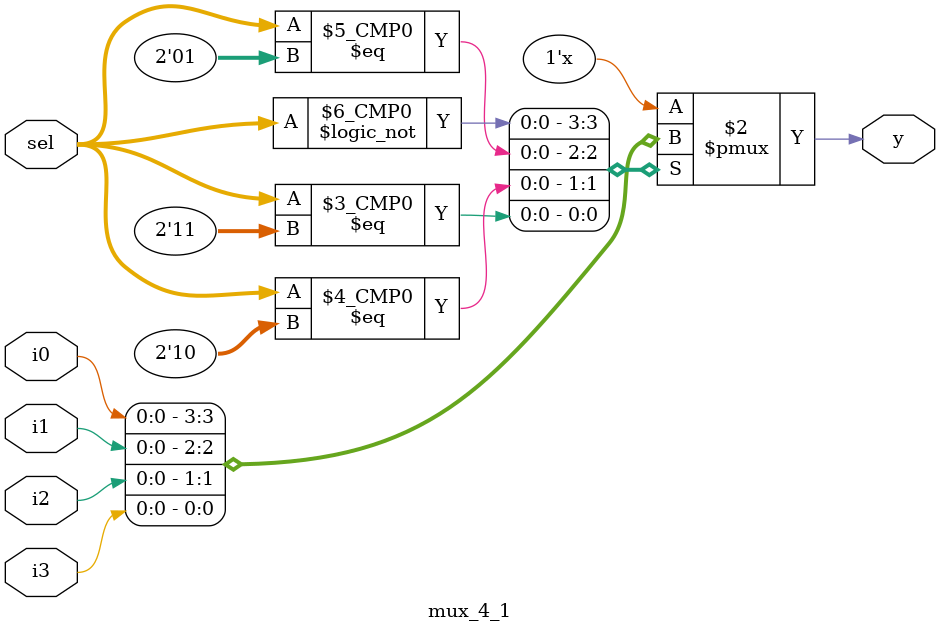
<source format=v>
module mux_4_1(

input wire i0,
input wire i1,
input wire i2,
input wire i3,
input wire [1:0] sel,
output reg y

);

always @(*) begin

case (sel)

	2'b00:  y = i0;
	2'b01:  y = i1;
	2'b10:  y = i2;
	2'b11:  y = i3;
	default:  y = i0;
endcase
end

endmodule

</source>
